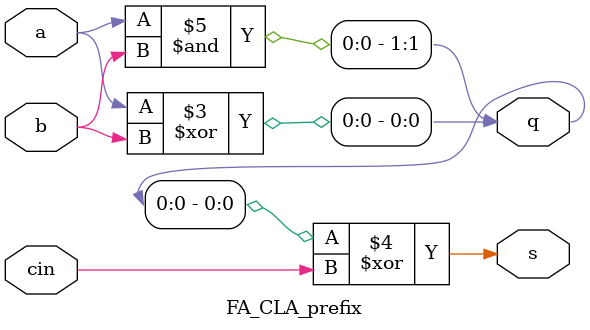
<source format=v>
`define INPUTSIZE 64		//set the input size n
`define GROUPSIZE 8		//set the group size = 1, 2, 4 or 8

module tb();
	reg	    [`INPUTSIZE - 1:0]	A;
	reg	    [`INPUTSIZE - 1:0]	B;
	wire	[`INPUTSIZE:0]	    S;
	
	integer i;
	integer j;
	integer result;
	
	Brent_Kung_Adder instance1(A,B,S);
	
	initial
	begin
	    for(i=0;i<=64'hffffffffffffffff;i=i+1)
	    begin
    	    for(j=0;j<=64'hffffffffffffffff;j=j+1)
    	    begin
    	        result = i + j;
    	        if(result != S)
    	            $display("incorrect");
            end
        end
        $display("end");
    end
    
endmodule

module Brent_Kung_Adder(A,B,S);

	input	[`INPUTSIZE - 1:0]	A;
	input	[`INPUTSIZE - 1:0]	B;
	output	[`INPUTSIZE:0]		S;
	
	wire	[`INPUTSIZE / `GROUPSIZE * 2 - 1:0]	r_temp;
	wire	[`INPUTSIZE / `GROUPSIZE * 2 - 1:0]	r;
	wire	[`INPUTSIZE / `GROUPSIZE:0]		cin;
	wire	[`INPUTSIZE / `GROUPSIZE * 2 - 1:0]	q;
	
	assign cin[0] = 1'b0;
	
	generate
	genvar i;
	for(i = 0;i < `INPUTSIZE / `GROUPSIZE;i = i + 1) begin: parallel_FA_CLA_prefix
		group_q_generation #(.Groupsize(`GROUPSIZE))
		f(.a(A[`GROUPSIZE * (i + 1) - 1:`GROUPSIZE * i]),
		  .b(B[`GROUPSIZE * (i + 1) - 1:`GROUPSIZE * i]),
		  .cin(cin[i]),
		  .s(S[`GROUPSIZE * (i + 1) - 1:`GROUPSIZE * i]),
		  .qg(q[i * 2 + 1:i * 2]));
	end

	parallel_prefix_tree_first_half #(.Treesize(`INPUTSIZE / `GROUPSIZE))
	t1(.q(q[`INPUTSIZE / `GROUPSIZE * 2 - 1:0]),
	   .r(r_temp[`INPUTSIZE / `GROUPSIZE * 2 - 1:0]));
	parallel_prefix_tree_second_half #(.Treesize(`INPUTSIZE / `GROUPSIZE))
	t2(.q(r_temp[`INPUTSIZE / `GROUPSIZE * 2 - 1:0]),
	   .r(r[`INPUTSIZE / `GROUPSIZE * 2 - 1:0]));
	
	for(i = 0;i < `INPUTSIZE / `GROUPSIZE;i = i + 1) begin: cin_generation
		cin_generation_logic f(.r(r[2 * i + 1:2 * i]),
							   .c0(1'b0),
							   .cin(cin[i + 1]));
	end
	
	assign S[`INPUTSIZE] = cin[`INPUTSIZE / `GROUPSIZE];
	
	endgenerate
	
endmodule

module parallel_prefix_tree_first_half #(parameter Treesize = `INPUTSIZE / `GROUPSIZE)(q,r);

	input	[Treesize * 2 - 1:0]	q;
	output	[Treesize * 2 - 1:0]	r;
	
	generate
	genvar i;
	if(Treesize == 2) begin: trival_case
		assign r[1:0] = q[1:0];
		prefix_logic f(.ql(q[1:0]),
					   .qh(q[3:2]),
					   .r(r[3:2]));
	end
	else begin: recursive_case
		wire	[Treesize * 2 - 1:0]	r_temp;
		parallel_prefix_tree_first_half #(.Treesize(Treesize / 2))
		recursion_lsbh(.q(q[Treesize - 1:0]),
					   .r(r_temp[Treesize - 1:0]));
		parallel_prefix_tree_first_half #(.Treesize(Treesize / 2))
		recursion_msbh(.q(q[Treesize * 2 - 1:Treesize]),
					   .r(r_temp[Treesize * 2 - 1:Treesize]));
		for(i = 0;i < Treesize * 2;i = i + 2) begin: parallel_stitch_up
			if(i != Treesize * 2 - 2) begin: parallel_stitch_up_pass
				assign r[i + 1:i] = r_temp[i + 1:i];
			end
			else begin: parallel_stitch_up_produce
				prefix_logic f(.ql(r_temp[Treesize - 1:Treesize - 2]),
							   .qh(r_temp[Treesize * 2 - 1:Treesize * 2 - 2]),
							   .r(r[Treesize * 2 - 1:Treesize * 2 - 2]));
			end
		end
	end
	endgenerate
	
endmodule

module parallel_prefix_tree_second_half #(parameter Treesize = `INPUTSIZE / `GROUPSIZE)(q,r);

	input	[Treesize * 2 - 1:0]	q;
	output	[Treesize * 2 - 1:0]	r;
	
	wire	[Treesize * 2 * ($clog2(Treesize) - 1) - 1:0]	r_temp;
	
	assign r_temp[Treesize * 2 - 1:0] = q[Treesize * 2 - 1:0];
	
	generate
	genvar i, j;
	for(i = 0;i < $clog2(Treesize) - 2;i = i + 1) begin: second_half_level
		assign r_temp[Treesize * 2 * (i + 1) + ((Treesize / (2 ** i)) - 1 - 2 ** ($clog2(Treesize / 4) - i)) * 2 - 1:Treesize * 2 * (i + 1)] = r_temp[Treesize * 2 * i + ((Treesize / (2 ** i)) - 1 - 2 ** ($clog2(Treesize / 4) - i)) * 2 - 1:Treesize * 2 * i];
		for(j = (Treesize / (2 ** i)) - 1 - 2 ** ($clog2(Treesize / 4) - i);j < Treesize;j = j + 2 ** ($clog2(Treesize / 2) - i)) begin: second_half_level_logic
			prefix_logic f(.ql(r_temp[Treesize * 2 * i + (j - 2 ** ($clog2(Treesize / 4) - i)) * 2 + 1:Treesize * 2 * i + (j - 2 ** ($clog2(Treesize / 4) - i)) * 2]),
						   .qh(r_temp[Treesize * 2 * i + j * 2 + 1:Treesize * 2 * i + j * 2]),
						   .r(r_temp[Treesize * 2 * (i + 1) + j * 2 + 1:Treesize * 2 * (i + 1) + j * 2]));
			if(j != Treesize - 1 - 2 ** ($clog2(Treesize / 4) - i)) begin: second_half_level_direct_connect
				assign r_temp[Treesize * 2 * (i + 1) + (j + 2 ** ($clog2(Treesize / 2) - i)) * 2 - 1:Treesize * 2 * (i + 1) + j * 2 + 2] = r_temp[Treesize * 2 * i + (j + 2 ** ($clog2(Treesize / 2) - i)) * 2 - 1:Treesize * 2 * i + j * 2 + 2];
			end
		end
		assign r_temp[Treesize * 2 * (i + 2) - 1:Treesize * 2 * (i + 2) - (2 ** ($clog2(Treesize / 4) - i)) * 2] = r_temp[Treesize * 2 * (i + 1) - 1:Treesize * 2 * (i + 1) - (2 ** ($clog2(Treesize / 4) - i)) * 2];
	end
	assign r[1:0] = r_temp[Treesize * 2 * ($clog2(Treesize) - 2) + 1:Treesize * 2 * ($clog2(Treesize) - 2)];
	for(i = 1;i < Treesize;i = i + 2) begin: final_r_odd
		assign r[i * 2 + 1:i * 2] = r_temp[Treesize * 2 * ($clog2(Treesize) - 2) + i * 2 + 1:Treesize * 2 * ($clog2(Treesize) - 2) + i * 2];
	end
	for(i = 2;i < Treesize;i = i + 2) begin: final_r_even
		prefix_logic f(.ql(r_temp[Treesize * 2 * ($clog2(Treesize) - 2) + i * 2 - 1:Treesize * 2 * ($clog2(Treesize) - 2) + i * 2 - 2]),
					   .qh(r_temp[Treesize * 2 * ($clog2(Treesize) - 2) + i * 2 + 1:Treesize * 2 * ($clog2(Treesize) - 2) + i * 2]),
					   .r(r[i * 2 + 1:i * 2]));
	end
	endgenerate
	
endmodule

module group_q_generation #(parameter Groupsize = `GROUPSIZE)(a,b,cin,s,qg);

	input	[Groupsize - 1:0]	a;
	input	[Groupsize - 1:0]	b;
	input				cin;
	output	[Groupsize - 1:0]	s;
	output	[1:0]			qg;
	
	wire	[2 * Groupsize - 1:0]	q;
	wire	[Groupsize - 1:0]	c;
	
	assign c[0] = cin;
	
	generate
	genvar i;
	for(i = 0;i < Groupsize;i = i + 1) begin: parallel_FA_CLA_prefix
		FA_CLA_prefix f(.a(a[i]),
						.b(b[i]),
						.cin(c[i]),
						.s(s[i]),
						.q(q[i * 2 + 1:i * 2]));
		if(i != Groupsize - 1)begin: special_case
			assign c[i + 1] = q[i * 2 + 1] | q[i * 2] & c[i];
		end
	end
	
	//group q generation based on the Groupsize
	if(Groupsize == 1) begin: case_gs1
		assign qg[1] = q[1];
		assign qg[0] = q[0];
	end
	else if(Groupsize == 2) begin: case_gs2
		assign qg[1] = q[3] | (q[1] & q[2]);
		assign qg[0] = q[2] & q[0];
	end
	else if(Groupsize == 4) begin: case_gs4
		assign qg[1] = q[7] | (q[5] & q[6]) | (q[3] & q[6] & q[4]) | (q[1] & q[6] & q[4] & q[2]);
		assign qg[0] = q[6] & q[4] & q[2] & q[0];
	end
	else if(Groupsize == 8) begin: case_gs8
		assign qg[1] = q[15] | (q[13] & q[14]) | (q[11] & q[14] & q[12]) | (q[9] & q[14] & q[12] & q[10]) | (q[7] & q[14] & q[12] & q[10] & q[8]) | (q[5] & q[14] & q[12] & q[10] & q[8] & q[6]) | (q[3] & q[14] & q[12] & q[10] & q[8] & q[6] & q[4]) | (q[1] & q[14] & q[12] & q[10] & q[8] & q[6] & q[4] & q[2]);
		assign qg[0] = q[14] & q[12] & q[10] & q[8] & q[6] & q[4] & q[2] & q[0];
	end
	endgenerate
	
endmodule
//Cin_generation_logic
module cin_generation_logic(r,c0,cin);

	input	[1:0]	r;
	input		c0;
	output		cin;
	
	assign cin = (r[0] & c0) | r[1];
	
endmodule

//basic_logic
module prefix_logic(ql,qh,r);
	
	input	[1:0]	ql;
	input	[1:0]	qh;
	output	[1:0]	r;
	
	assign r[0] = qh[0] & ql[0];
	assign r[1] = (qh[0] & ql[1]) | qh[1];
	
endmodule

//FA_cell_CLA
module FA_CLA_prefix(a,b,cin,s,q);

	input 		a;
	input 		b;
	input 		cin;
	output 		s;
	output	[1:0]	q;
	
	assign q[0] = a ^ b;
	assign s = q[0] ^ cin;
	assign q[1] = a & b;
endmodule
</source>
